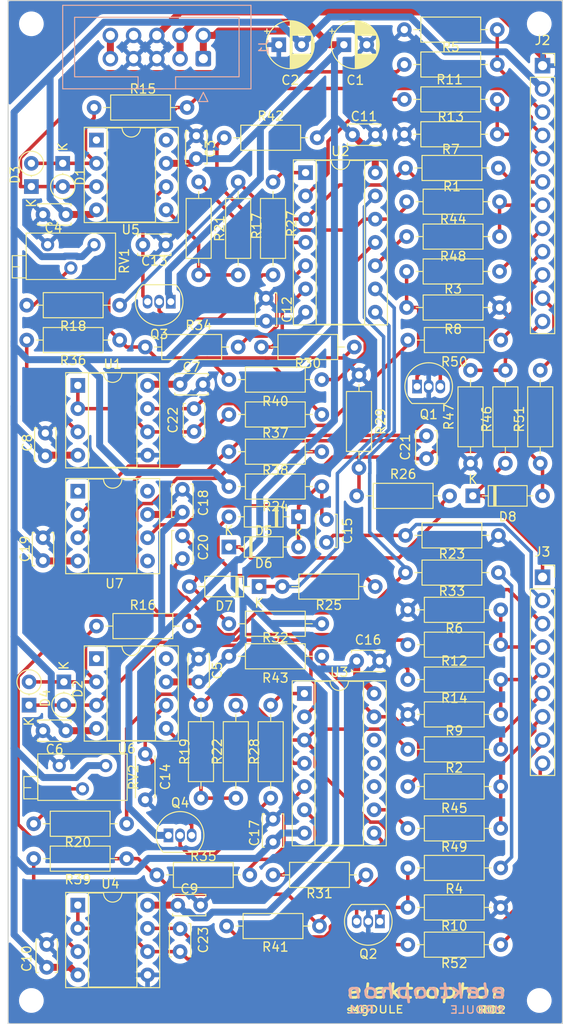
<source format=kicad_pcb>
(kicad_pcb (version 20240108) (generator "pcbnew") (generator_version "8.0")
  (title_block (title "Smooth and Stepped Generator") (date "2020-05-24") (rev "02") (comment 1 "Original design by Ken Stone") (comment 2 "Schema for main circuit") (comment 4 "License CC BY 4.0 - Attribution 4.0 International"))
  (layers (0 "F.Cu" signal) (31 "B.Cu" signal) (34 "B.Paste" user) (35 "F.Paste" user) (36 "B.SilkS" user "B.Silkscreen") (37 "F.SilkS" user "F.Silkscreen") (38 "B.Mask" user) (39 "F.Mask" user) (44 "Edge.Cuts" user))
  (net 0 "")
  (net 1 "GND")
  (net 2 "-15V")
  (net 3 "+15V")
  (net 6 "SAMPLE_2")
  (net 7 "Net-(Q3-G)")
  (net 8 "Net-(C20-Pad1)")
  (net 9 "Net-(Q4-G)")
  (net 10 "Net-(D5-K)")
  (net 11 "Net-(C22-Pad2)")
  (net 12 "LED_1_a")
  (net 13 "Net-(C23-Pad2)")
  (net 14 "LED_2_a")
  (net 15 "Net-(D7-A)")
  (net 16 "Net-(U7-+)")
  (net 17 "Net-(D8-A)")
  (net 18 "Net-(D1-A)")
  (net 19 "Net-(D1-K)")
  (net 20 "Net-(D2-A)")
  (net 21 "+5V")
  (net 22 "OUT_2")
  (net 23 "OUT_1")
  (net 24 "LED_2_b")
  (net 25 "CYCLE_2")
  (net 26 "COUPLER_5V")
  (net 27 "COUPLER_HOT")
  (net 28 "CYCLE_1")
  (net 29 "LED_1_b")
  (net 30 "RATE_2")
  (net 31 "VC_2")
  (net 32 "IN_2")
  (net 33 "RATE_1")
  (net 34 "HOLD_1")
  (net 35 "VC_1")
  (net 36 "IN_1")
  (net 37 "Net-(D2-K)")
  (net 38 "Net-(D5-A)")
  (net 39 "Net-(D6-K)")
  (net 40 "Net-(D7-K)")
  (net 41 "/HOLD")
  (net 42 "Net-(Q1-E)")
  (net 43 "Net-(Q1-C)")
  (net 44 "Net-(Q2-E)")
  (net 45 "Net-(R18-Pad1)")
  (net 46 "Net-(Q2-C)")
  (net 47 "Net-(R20-Pad1)")
  (net 48 "Net-(R21-Pad2)")
  (net 49 "Net-(R22-Pad2)")
  (net 50 "Net-(Q3-S)")
  (net 51 "Net-(Q4-S)")
  (net 52 "Net-(U2B-+)")
  (net 53 "Net-(U3B-+)")
  (net 54 "Net-(U5-BIAS)")
  (net 55 "Net-(R34-Pad2)")
  (net 56 "Net-(R35-Pad2)")
  (net 57 "Net-(U6-BIAS)")
  (net 58 "Net-(U2C--)")
  (net 59 "Net-(U2A-+)")
  (net 60 "Net-(U3A-+)")
  (net 61 "Net-(U2A--)")
  (net 62 "Net-(U3A--)")
  (net 63 "Net-(U1A-+)")
  (net 64 "Net-(R48-Pad2)")
  (net 65 "Net-(R49-Pad2)")
  (net 66 "LED")
  (net 67 "Net-(U7--)")
  (net 68 "Net-(U4A-+)")
  (net 69 "Net-(U2D--)")
  (net 70 "Net-(U3C--)")
  (net 71 "Net-(U2D-+)")
  (net 72 "Net-(U3C-+)")
  (footprint "Capacitor_THT:CP_Radial_D5.0mm_P2.50mm" (layer "F.Cu") (at 62.103 30.226)
    (property "Reference" "C1")
    (property "Value" "10u")
  )
  (footprint "Capacitor_THT:CP_Radial_D5.0mm_P2.50mm" (layer "F.Cu") (at 54.991 30.226)
    (property "Reference" "C2")
    (property "Value" "10u")
  )
  (footprint "Capacitor_THT:C_Disc_D3.4mm_W2.1mm_P2.50mm" (layer "F.Cu") (at 45.974 42.672 90)
    (property "Reference" "C3")
    (property "Value" "0.1u")
  )
  (footprint "Capacitor_THT:C_Disc_D3.4mm_W2.1mm_P2.50mm" (layer "F.Cu") (at 29.21 48.768)
    (property "Reference" "C4")
    (property "Value" "0.1u")
  )
  (footprint "Capacitor_THT:C_Disc_D3.4mm_W2.1mm_P2.50mm" (layer "F.Cu") (at 46.228 99.822 90)
    (property "Reference" "C5")
    (property "Value" "0.1u")
  )
  (footprint "Capacitor_THT:C_Disc_D3.4mm_W2.1mm_P2.50mm" (layer "F.Cu") (at 29.21 105.156)
    (property "Reference" "C6")
    (property "Value" "0.1u")
  )
  (footprint "Capacitor_THT:C_Disc_D3.4mm_W2.1mm_P2.50mm" (layer "F.Cu") (at 44.196 67.31)
    (property "Reference" "C7")
    (property "Value" "0.1u")
  )
  (footprint "Capacitor_THT:C_Disc_D3.4mm_W2.1mm_P2.50mm" (layer "F.Cu") (at 29.464 72.644 -90)
    (property "Reference" "C8")
    (property "Value" "0.1u")
  )
  (footprint "Capacitor_THT:C_Disc_D3.4mm_W2.1mm_P2.50mm" (layer "F.Cu") (at 43.942 124.206)
    (property "Reference" "C9")
    (property "Value" "0.1u")
  )
  (footprint "Capacitor_THT:C_Disc_D3.4mm_W2.1mm_P2.50mm" (layer "F.Cu") (at 29.6164 128.4986 -90)
    (property "Reference" "C10")
    (property "Value" "0.1u")
  )
  (footprint "Capacitor_THT:C_Disc_D3.4mm_W2.1mm_P2.50mm" (layer "F.Cu") (at 63.05 40.05)
    (property "Reference" "C11")
    (property "Value" "0.1u")
  )
  (footprint "Capacitor_THT:C_Disc_D3.4mm_W2.1mm_P2.50mm" (layer "F.Cu") (at 53.594 57.912 -90)
    (property "Reference" "C12")
    (property "Value" "0.1u")
  )
  (footprint "Capacitor_THT:C_Disc_D3.4mm_W2.1mm_P2.50mm" (layer "F.Cu") (at 40.132 52.07)
    (property "Reference" "C13")
    (property "Value" "100n")
  )
  (footprint "Capacitor_THT:C_Disc_D4.3mm_W1.9mm_P5.00mm" (layer "F.Cu") (at 40.386 107.696 -90)
    (property "Reference" "C14")
    (property "Value" "220n")
  )
  (footprint "Capacitor_THT:C_Disc_D3.4mm_W2.1mm_P2.50mm" (layer "F.Cu") (at 63.5 97.536)
    (property "Reference" "C16")
    (property "Value" "0.1u")
  )
  (footprint "Capacitor_THT:C_Disc_D3.4mm_W2.1mm_P2.50mm" (layer "F.Cu") (at 54.356 114.808 -90)
    (property "Reference" "C17")
    (property "Value" "0.1u")
  )
  (footprint "Capacitor_THT:C_Disc_D3.4mm_W2.1mm_P2.50mm" (layer "F.Cu") (at 60.198 84.582 90)
    (property "Reference" "C15")
    (property "Value" "1n")
  )
  (footprint "Capacitor_THT:C_Disc_D3.4mm_W2.1mm_P2.50mm" (layer "F.Cu") (at 44.45 81.28 90)
    (property "Reference" "C18")
    (property "Value" "0.1u")
  )
  (footprint "Capacitor_THT:C_Disc_D3.4mm_W2.1mm_P2.50mm" (layer "F.Cu") (at 29.21 84.074 -90)
    (property "Reference" "C19")
    (property "Value" "0.1u")
  )
  (footprint "Capacitor_THT:C_Disc_D3.4mm_W2.1mm_P2.50mm" (layer "F.Cu") (at 44.45 86.36 90)
    (property "Reference" "C20")
    (property "Value" "1n")
  )
  (footprint "Capacitor_THT:C_Disc_D3.4mm_W2.1mm_P2.50mm" (layer "F.Cu") (at 71.12 75.438 90)
    (property "Reference" "C21")
    (property "Value" "100p")
  )
  (footprint "Capacitor_THT:C_Disc_D3.4mm_W2.1mm_P2.50mm" (layer "F.Cu") (at 45.72 72.477 90)
    (property "Reference" "C22")
    (property "Value" "47p")
  )
  (footprint "Capacitor_THT:C_Disc_D3.4mm_W2.1mm_P2.50mm" (layer "F.Cu") (at 44.196 129.286 90)
    (property "Reference" "C23")
    (property "Value" "47p")
  )
  (footprint "Diode_THT:D_DO-35_SOD27_P2.54mm_Vertical_KathodeUp" (layer "F.Cu") (at 31.369 43.18 -90)
    (property "Reference" "D1")
    (property "Value" "1N4148")
  )
  (footprint "Diode_THT:D_DO-35_SOD27_P2.54mm_Vertical_KathodeUp" (layer "F.Cu") (at 31.496 99.822 -90)
    (property "Reference" "D2")
    (property "Value" "1N4148")
  )
  (footprint "Diode_THT:D_DO-35_SOD27_P2.54mm_Vertical_KathodeUp" (layer "F.Cu") (at 27.94 45.72 90)
    (property "Reference" "D3")
    (property "Value" "1N4148")
  )
  (footprint "Diode_THT:D_DO-35_SOD27_P2.54mm_Vertical_KathodeUp" (layer "F.Cu") (at 27.686 102.362 90)
    (property "Reference" "D4")
    (property "Value" "1N4148")
  )
  (footprint "Diode_THT:D_DO-35_SOD27_P7.62mm_Horizontal" (layer "F.Cu") (at 57.15 81.788 180)
    (property "Reference" "D5")
    (property "Value" "1N4148")
  )
  (footprint "Diode_THT:D_DO-35_SOD27_P7.62mm_Horizontal" (layer "F.Cu") (at 49.53 85.09)
    (property "Reference" "D6")
    (property "Value" "1N4148")
  )
  (footprint "Diode_THT:D_DO-35_SOD27_P7.62mm_Horizontal" (layer "F.Cu") (at 52.832 89.408 180)
    (property "Reference" "D7")
    (property "Value" "1N4148")
  )
  (footprint "Diode_THT:D_DO-35_SOD27_P7.62mm_Horizontal" (layer "F.Cu") (at 76.2 79.502)
    (property "Reference" "D8")
    (property "Value" "1N4148")
  )
  (footprint "Resistor_THT:R_Axial_DIN0207_L6.3mm_D2.5mm_P10.16mm_Horizontal" (layer "F.Cu") (at 68.834 43.688)
    (property "Reference" "R1")
    (property "Value" "2M7")
  )
  (footprint "Resistor_THT:R_Axial_DIN0207_L6.3mm_D2.5mm_P10.16mm_Horizontal" (layer "F.Cu") (at 69.088 107.188)
    (property "Reference" "R2")
    (property "Value" "2M7")
  )
  (footprint "Resistor_THT:R_Axial_DIN0207_L6.3mm_D2.5mm_P10.16mm_Horizontal" (layer "F.Cu") (at 68.961 54.991)
    (property "Reference" "R3")
    (property "Value" "33k")
  )
  (footprint "Resistor_THT:R_Axial_DIN0207_L6.3mm_D2.5mm_P10.16mm_Horizontal" (layer "F.Cu") (at 69.088 120.142)
    (property "Reference" "R4")
    (property "Value" "33k")
  )
  (footprint "Resistor_THT:R_Axial_DIN0207_L6.3mm_D2.5mm_P10.16mm_Horizontal" (layer "F.Cu") (at 68.707 28.575)
    (property "Reference" "R5")
    (property "Value" "33k")
  )
  (footprint "Resistor_THT:R_Axial_DIN0207_L6.3mm_D2.5mm_P10.16mm_Horizontal" (layer "F.Cu") (at 69.088 91.948)
    (property "Reference" "R6")
    (property "Value" "33k")
  )
  (footprint "Resistor_THT:R_Axial_DIN0207_L6.3mm_D2.5mm_P10.16mm_Horizontal" (layer "F.Cu") (at 68.707 40.005)
    (property "Reference" "R7")
    (property "Value" "100k")
  )
  (footprint "Resistor_THT:R_Axial_DIN0207_L6.3mm_D2.5mm_P10.16mm_Horizontal" (layer "F.Cu") (at 79.121 58.928 180)
    (property "Reference" "R8")
    (property "Value" "15k")
  )
  (footprint "Resistor_THT:R_Axial_DIN0207_L6.3mm_D2.5mm_P10.16mm_Horizontal" (layer "F.Cu") (at 69.088 103.378)
    (property "Reference" "R9")
    (property "Value" "100k")
  )
  (footprint "Resistor_THT:R_Axial_DIN0207_L6.3mm_D2.5mm_P10.16mm_Horizontal" (layer "F.Cu") (at 79.248 124.46 180)
    (property "Reference" "R10")
    (property "Value" "15k")
  )
  (footprint "Resistor_THT:R_Axial_DIN0207_L6.3mm_D2.5mm_P10.16mm_Horizontal" (layer "F.Cu") (at 68.707 32.385)
    (property "Reference" "R11")
    (property "Value" "33k")
  )
  (footprint "Resistor_THT:R_Axial_DIN0207_L6.3mm_D2.5mm_P10.16mm_Horizontal" (layer "F.Cu") (at 69.088 95.758)
    (property "Reference" "R12")
    (property "Value" "33k")
  )
  (footprint "Resistor_THT:R_Axial_DIN0207_L6.3mm_D2.5mm_P10.16mm_Horizontal" (layer "F.Cu") (at 68.707 36.195)
    (property "Reference" "R13")
    (property "Value" "2M7")
  )
  (footprint "Resistor_THT:R_Axial_DIN0207_L6.3mm_D2.5mm_P10.16mm_Horizontal" (layer "F.Cu") (at 69.088 99.568)
    (property "Reference" "R14")
    (property "Value" "2M7")
  )
  (footprint "Resistor_THT:R_Axial_DIN0207_L6.3mm_D2.5mm_P10.16mm_Horizontal" (layer "F.Cu") (at 44.958 37.084 180)
    (property "Reference" "R15")
    (property "Value" "33k")
  )
  (footprint "Resistor_THT:R_Axial_DIN0207_L6.3mm_D2.5mm_P10.16mm_Horizontal" (layer "F.Cu") (at 45.212 93.726 180)
    (property "Reference" "R16")
    (property "Value" "33k")
  )
  (footprint "Resistor_THT:R_Axial_DIN0207_L6.3mm_D2.5mm_P10.16mm_Horizontal" (layer "F.Cu") (at 50.546 55.372 90)
    (property "Reference" "R17")
    (property "Value" "82k")
  )
  (footprint "Resistor_THT:R_Axial_DIN0207_L6.3mm_D2.5mm_P10.16mm_Horizontal" (layer "F.Cu") (at 27.432 58.674)
    (property "Reference" "R18")
    (property "Value" "1M5")
  )
  (footprint "Resistor_THT:R_Axial_DIN0207_L6.3mm_D2.5mm_P10.16mm_Horizontal" (layer "F.Cu") (at 46.482 112.522 90)
    (property "Reference" "R19")
    (property "Value" "82k")
  )
  (footprint "Resistor_THT:R_Axial_DIN0207_L6.3mm_D2.5mm_P10.16mm_Horizontal" (layer "F.Cu") (at 28.194 115.316)
    (property "Reference" "R20")
    (property "Value" "1M5")
  )
  (footprint "Resistor_THT:R_Axial_DIN0207_L6.3mm_D2.5mm_P10.16mm_Horizontal" (layer "F.Cu") (at 46.228 55.372 90)
    (property "Reference" "R21")
    (property "Value" "15k")
  )
  (footprint "Resistor_THT:R_Axial_DIN0207_L6.3mm_D2.5mm_P10.16mm_Horizontal" (layer "F.Cu") (at 50.292 112.522 90)
    (property "Reference" "R22")
    (property "Value" "15k")
  )
  (footprint "Resistor_THT:R_Axial_DIN0207_L6.3mm_D2.5mm_P10.16mm_Horizontal" (layer "F.Cu") (at 78.994 83.82 180)
    (property "Reference" "R23")
    (property "Value" "100k")
  )
  (footprint "Resistor_THT:R_Axial_DIN0207_L6.3mm_D2.5mm_P10.16mm_Horizontal" (layer "F.Cu") (at 49.53 78.486)
    (property "Reference" "R24")
    (property "Value" "33k")
  )
  (footprint "Resistor_THT:R_Axial_DIN0207_L6.3mm_D2.5mm_P10.16mm_Horizontal" (layer "F.Cu") (at 55.372 89.408)
    (property "Reference" "R25")
    (property "Value" "680k")
  )
  (footprint "Resistor_THT:R_Axial_DIN0207_L6.3mm_D2.5mm_P10.16mm_Horizontal" (layer "F.Cu") (at 63.5 79.502)
    (property "Reference" "R26")
    (property "Value" "100k")
  )
  (footprint "Resistor_THT:R_Axial_DIN0207_L6.3mm_D2.5mm_P10.16mm_Horizontal" (layer "F.Cu") (at 54.356 45.212 -90)
    (property "Reference" "R27")
    (property "Value" "820k")
  )
  (footprint "Resistor_THT:R_Axial_DIN0207_L6.3mm_D2.5mm_P10.16mm_Horizontal" (layer "F.Cu") (at 54.102 102.362 -90)
    (property "Reference" "R28")
    (property "Value" "1M")
  )
  (footprint "Resistor_THT:R_Axial_DIN0207_L6.3mm_D2.5mm_P10.16mm_Horizontal" (layer "F.Cu") (at 63.754 66.294 -90)
    (property "Reference" "R29")
    (property "Value" "4M7")
  )
  (footprint "Resistor_THT:R_Axial_DIN0207_L6.3mm_D2.5mm_P10.16mm_Horizontal" (layer "F.Cu") (at 53.086 63.246)
    (property "Reference" "R30")
    (property "Value" "1M")
  )
  (footprint "Resistor_THT:R_Axial_DIN0207_L6.3mm_D2.5mm_P10.16mm_Horizontal" (layer "F.Cu") (at 54.356 120.904)
    (property "Reference" "R31")
    (property "Value" "820k")
  )
  (footprint "Resistor_THT:R_Axial_DIN0207_L6.3mm_D2.5mm_P10.16mm_Horizontal" (layer "F.Cu") (at 49.53 93.472)
    (property "Reference" "R32")
    (property "Value" "1M5")
  )
  (footprint "Resistor_THT:R_Axial_DIN0207_L6.3mm_D2.5mm_P10.16mm_Horizontal" (layer "F.Cu") (at 78.994 87.884 180)
    (property "Reference" "R33")
    (property "Value" "330")
  )
  (footprint "Resistor_THT:R_Axial_DIN0207_L6.3mm_D2.5mm_P10.16mm_Horizontal" (layer "F.Cu") (at 40.386 63.246)
    (property "Reference" "R34")
    (property "Value" "330")
  )
  (footprint "Resistor_THT:R_Axial_DIN0207_L6.3mm_D2.5mm_P10.16mm_Horizontal" (layer "F.Cu") (at 41.656 120.904)
    (property "Reference" "R35")
    (property "Value" "330")
  )
  (footprint "Resistor_THT:R_Axial_DIN0207_L6.3mm_D2.5mm_P10.16mm_Horizontal" (layer "F.Cu") (at 27.432 62.484)
    (property "Reference" "R36")
    (property "Value" "10k")
  )
  (footprint "Resistor_THT:R_Axial_DIN0207_L6.3mm_D2.5mm_P10.16mm_Horizontal" (layer "F.Cu") (at 49.53 70.612)
    (property "Reference" "R37")
    (property "Value" "10k")
  )
  (footprint "Resistor_THT:R_Axial_DIN0207_L6.3mm_D2.5mm_P10.16mm_Horizontal" (layer "F.Cu") (at 49.53 74.676)
    (property "Reference" "R38")
    (property "Value" "10k")
  )
  (footprint "Resistor_THT:R_Axial_DIN0207_L6.3mm_D2.5mm_P10.16mm_Horizontal" (layer "F.Cu") (at 28.194 119.126)
    (property "Reference" "R39")
    (property "Value" "10k")
  )
  (footprint "Resistor_THT:R_Axial_DIN0207_L6.3mm_D2.5mm_P10.16mm_Horizontal" (layer "F.Cu") (at 59.69 66.802 180)
    (property "Reference" "R40")
    (property "Value" "470k")
  )
  (footprint "Resistor_THT:R_Axial_DIN0207_L6.3mm_D2.5mm_P10.16mm_Horizontal" (layer "F.Cu") (at 49.276 126.492)
    (property "Reference" "R41")
    (property "Value" "470k")
  )
  (footprint "Resistor_THT:R_Axial_DIN0207_L6.3mm_D2.5mm_P10.16mm_Horizontal" (layer "F.Cu") (at 49.022 40.386)
    (property "Reference" "R42")
    (property "Value" "1M")
  )
  (footprint "Resistor_THT:R_Axial_DIN0207_L6.3mm_D2.5mm_P10.16mm_Horizontal" (layer "F.Cu") (at 59.69 97.028 180)
    (property "Reference" "R43")
    (property "Value" "1M")
  )
  (footprint "Resistor_THT:R_Axial_DIN0207_L6.3mm_D2.5mm_P10.16mm_Horizontal" (layer "F.Cu") (at 79.121 47.371 180)
    (property "Reference" "R44")
    (property "Value" "2M2")
  )
  (footprint "Resistor_THT:R_Axial_DIN0207_L6.3mm_D2.5mm_P10.16mm_Horizontal" (layer "F.Cu") (at 79.248 111.252 180)
    (property "Reference" "R45")
    (property "Value" "2M2")
  )
  (footprint "Resistor_THT:R_Axial_DIN0207_L6.3mm_D2.5mm_P10.16mm_Horizontal" (layer "F.Cu") (at 79.756 65.786 -90)
    (property "Reference" "R46")
    (property "Value" "3k3")
  )
  (footprint "Resistor_THT:R_Axial_DIN0207_L6.3mm_D2.5mm_P10.16mm_Horizontal" (layer "F.Cu") (at 75.946 75.946 90)
    (property "Reference" "R47")
    (property "Value" "3k3")
  )
  (footprint "Resistor_THT:R_Axial_DIN0207_L6.3mm_D2.5mm_P10.16mm_Horizontal" (layer "F.Cu") (at 79.121 51.181 180)
    (property "Reference" "R48")
    (property "Value" "3k3")
  )
  (footprint "Resistor_THT:R_Axial_DIN0207_L6.3mm_D2.5mm_P10.16mm_Horizontal" (layer "F.Cu") (at 79.248 115.824 180)
    (property "Reference" "R49")
    (property "Value" "3k3")
  )
  (footprint "Resistor_THT:R_Axial_DIN0207_L6.3mm_D2.5mm_P10.16mm_Horizontal" (layer "F.Cu") (at 79.248 62.484 180)
    (property "Reference" "R50")
    (property "Value" "100")
  )
  (footprint "Resistor_THT:R_Axial_DIN0207_L6.3mm_D2.5mm_P10.16mm_Horizontal" (layer "F.Cu") (at 83.566 65.786 -90)
    (property "Reference" "R51")
    (property "Value" "3k3")
  )
  (footprint "Resistor_THT:R_Axial_DIN0207_L6.3mm_D2.5mm_P10.16mm_Horizontal" (layer "F.Cu") (at 79.248 128.524 180)
    (property "Reference" "R52")
    (property "Value" "100")
  )
  (footprint "Potentiometer_THT:Potentiometer_Bourns_3296Z_Horizontal" (layer "F.Cu") (at 34.798 52.07)
    (property "Reference" "RV1")
    (property "Value" "25k")
  )
  (footprint "Potentiometer_THT:Potentiometer_Bourns_3296Z_Horizontal" (layer "F.Cu") (at 36.068 108.966)
    (property "Reference" "RV2")
    (property "Value" "25k")
  )
  (footprint "Package_DIP:DIP-8_W7.62mm_Socket" (layer "F.Cu") (at 33.02 67.437)
    (property "Reference" "U1")
    (property "Value" "TL072")
  )
  (footprint "Package_DIP:DIP-8_W7.62mm_Socket" (layer "F.Cu") (at 33.02 124.206)
    (property "Reference" "U4")
    (property "Value" "TL072")
  )
  (footprint "Package_DIP:DIP-8_W7.62mm_Socket" (layer "F.Cu") (at 35.052 40.64)
    (property "Reference" "U5")
    (property "Value" "CA3080")
  )
  (footprint "Package_DIP:DIP-8_W7.62mm_Socket" (layer "F.Cu") (at 35.052 97.282)
    (property "Reference" "U6")
    (property "Value" "CA3080")
  )
  (footprint "Package_DIP:DIP-8_W7.62mm_Socket" (layer "F.Cu") (at 33.02 78.994)
    (property "Reference" "U7")
    (property "Value" "LM741")
  )
  (footprint "Connector_PinSocket_2.54mm:PinSocket_1x12_P2.54mm_Vertical" (layer "F.Cu") (at 83.82 32.512)
    (property "Reference" "J2")
    (property "Value" "Conn_01x12_Female" (hide yes))
  )
  (footprint "Connector_PinSocket_2.54mm:PinSocket_1x09_P2.54mm_Vertical" (layer "F.Cu") (at 83.82 88.392)
    (property "Reference" "J3")
    (property "Value" "Conn_01x09_Female" (hide yes))
  )
  (footprint "Package_DIP:DIP-14_W7.62mm_Socket" (layer "F.Cu") (at 57.912 44.196)
    (property "Reference" "U2")
    (property "Value" "LM3900")
  )
  (footprint "Package_DIP:DIP-14_W7.62mm_Socket" (layer "F.Cu") (at 57.785 101.092)
    (property "Reference" "U3")
    (property "Value" "LM3900")
  )
  (footprint "Package_TO_SOT_THT:TO-92_Inline" (layer "F.Cu") (at 70.104 67.564)
    (property "Reference" "Q1")
    (property "Value" "PN4250")
  )
  (footprint "Package_TO_SOT_THT:TO-92_Inline" (layer "F.Cu") (at 66.04 125.984 180)
    (property "Reference" "Q2")
    (property "Value" "PN4250")
  )
  (footprint "MountingHole:MountingHole_2.2mm_M2" (layer "F.Cu") (at 83.46 134.62)
    (property "Reference" "REF**" (hide yes))
    (property "Value" "MountingHole_2.2mm_M2" (hide yes))
  )
  (footprint "MountingHole:MountingHole_2.2mm_M2" (layer "F.Cu") (at 27.94 134.62)
    (property "Reference" "REF**" (hide yes))
    (property "Value" "MountingHole_2.2mm_M2" (hide yes))
  )
  (footprint "MountingHole:MountingHole_2.2mm_M2" (layer "F.Cu") (at 27.94 27.94)
    (property "Reference" "REF**" (hide yes))
    (property "Value" "MountingHole_2.2mm_M2" (hide yes))
  )
  (footprint "MountingHole:MountingHole_2.2mm_M2" (layer "F.Cu") (at 83.46 27.94)
    (property "Reference" "REF**" (hide yes))
    (property "Value" "MountingHole_2.2mm_M2" (hide yes))
  )
  (footprint "Package_TO_SOT_THT:TO-92_Inline" (layer "F.Cu") (at 43.18 58.293 180)
    (property "Reference" "Q3")
    (property "Value" "J201")
  )
  (footprint "Package_TO_SOT_THT:TO-92_Inline" (layer "F.Cu") (at 42.926 116.586)
    (property "Reference" "Q4")
    (property "Value" "J201")
  )
  (footprint "elektrophon:elektrophon logo" (layer "F.Cu") (at 71.12 134.62)
    (property "Reference" "REF**" (hide yes))
    (property "Value" "elektrophon logo" (hide yes))
  )
  (footprint "Connector_IDC:IDC-Header_2x05_P2.54mm_Vertical" (layer "B.Cu") (at 46.736 31.75 90)
    (property "Reference" "J1")
    (property "Value" "IDC Header")
  )
  (gr_line (start 25.4 25.4) (end 25.4 137.16) (stroke (width 0.12)) (layer "Edge.Cuts"))
  (gr_line (start 25.4 25.4) (end 86 25.4) (stroke (width 0.12)) (layer "Edge.Cuts"))
  (gr_line (start 86 137.16) (end 25.4 137.16) (stroke (width 0.12)) (layer "Edge.Cuts"))
  (gr_line (start 86 25.4) (end 86 137.16) (stroke (width 0.12)) (layer "Edge.Cuts"))
  (segment (start 83.82 31.496) (end 83.82 32.512) (width 0.762) (layer "F.Cu") (net 1))
  (segment (start 78.9686 26.6446) (end 83.82 31.496) (width 0.762) (layer "F.Cu") (net 1))
  (segment (start 44.2214 26.6446) (end 78.9686 26.6446) (width 0.762) (layer "F.Cu") (net 1))
  (segment (start 41.656 29.21) (end 44.2214 26.6446) (width 0.762) (layer "F.Cu") (net 1))
  (segment (start 48.439904 28.72741) (end 47.957314 29.21) (width 0.762) (layer "F.Cu") (net 2))
  (segment (start 29.6164 130.9986) (end 32.1926 130.9986) (width 0.762) (layer "F.Cu") (net 2))
  (segment (start 34.798 105.156) (end 35.052 104.902) (width 0.762) (layer "F.Cu") (net 2))
  (segment (start 29.551 75.057) (end 29.464 75.144) (width 0.762) (layer "F.Cu") (net 2))
  (segment (start 47.957314 29.21) (end 46.736 29.21) (width 0.762) (layer "F.Cu") (net 2))
  (segment (start 32.1926 130.9986) (end 33.02 131.826) (width 0.762) (layer "F.Cu") (net 2))
  (segment (start 33.02 75.057) (end 29.551 75.057) (width 0.762) (layer "F.Cu") (net 2))
  (segment (start 31.71 48.768) (end 34.544 48.768) (width 0.762) (layer "F.Cu") (net 2))
  (segment (start 29.25 86.614) (end 29.21 86.574) (width 0.762) (layer "F.Cu") (net 2))
  (segment (start 31.71 105.156) (end 34.798 105.156) (width 0.762) (layer "F.Cu") (net 2))
  (segment (start 57.491 30.226) (end 55.99241 28.72741) (width 0.762) (layer "F.Cu") (net 2))
  (segment (start 46.736 29.21) (end 46.736 31.75) (width 0.762) (layer "F.Cu") (net 2))
  (segment (start 55.99241 28.72741) (end 48.439904 28.72741) (width 0.762) (layer "F.Cu") (net 2))
  (segment (start 33.02 86.614) (end 29.25 86.614) (width 0.762) (layer "F.Cu") (net 2))
  (segment (start 34.544 48.768) (end 35.052 48.26) (width 0.762) (layer "F.Cu") (net 2))
  (segment (start 56.936 60.412) (end 57.912 59.436) (width 0.762) (layer "B.Cu") (net 2))
  (segment (start 26.050999 63.146881) (end 26.050999 62.626999) (width 0.762) (layer "B.Cu") (net 2))
  (segment (start 29.093519 53.371001) (end 26.050999 50.328481) (width 0.762) (layer "B.Cu") (net 2))
  (segment (start 34.142518 108.966) (end 32.841517 110.267001) (width 0.762) (layer "B.Cu") (net 2))
  (segment (start 52.5634 119.1006) (end 40.7416 119.1006) (width 0.762) (layer "B.Cu") (net 2))
  (segment (start 26.050999 71.730999) (end 26.050999 69.707001) (width 0.762) (layer "B.Cu") (net 2))
  (segment (start 79.771999 31.003999) (end 73.179881 31.003999) (width 0.762) (layer "B.Cu") (net 2))
  (segment (start 42.814999 64.627001) (end 33.442399 64.627001) (width 0.762) (layer "B.Cu") (net 2))
  (segment (start 73.179881 31.003999) (end 69.369881 27.193999) (width 0.762) (layer "B.Cu") (net 2))
  (segment (start 29.987999 33.659991) (end 31.569995 32.077995) (width 0.762) (layer "B.Cu") (net 2))
  (segment (start 27.531119 64.627001) (end 26.050999 63.146881) (width 0.762) (layer "B.Cu") (net 2))
  (segment (start 32.944483 53.371001) (end 32.882481 53.308999) (width 0.762) (layer "B.Cu") (net 2))
  (segment (start 26.050999 37.596991) (end 26.050999 50.149001) (width 0.762) (layer "B.Cu") (net 2))
  (segment (start 53.594 60.412) (end 53.554 60.452) (width 0.762) (layer "B.Cu") (net 2))
  (segment (start 30.114999 103.560999) (end 30.114999 98.948999) (width 0.762) (layer "B.Cu") (net 2))
  (segment (start 33.496999 53.371001) (end 32.944483 53.371001) (width 0.762) (layer "B.Cu") (net 2))
  (segment (start 53.554 60.452) (end 46.99 60.452) (width 0.762) (layer "B.Cu") (net 2))
  (segment (start 29.6164 130.9986) (end 26.050999 127.433199) (width 0.762) (layer "B.Cu") (net 2))
  (segment (start 31.71 48.768) (end 29.987999 47.045999) (width 0.762) (layer "B.Cu") (net 2))
  (segment (start 32.841517 110.267001) (end 29.241001 110.267001) (width 0.762) (layer "B.Cu") (net 2))
  (segment (start 35.4 66.584602) (end 33.442399 64.627001) (width 0.762) (layer "B.Cu") (net 2))
  (segment (start 57.491 30.226) (end 55.030399 27.765399) (width 0.762) (layer "B.Cu") (net 2))
  (segment (start 30.114999 98.948999) (end 26.050999 94.884999) (width 0.762) (layer "B.Cu") (net 2))
  (segment (start 47.994 76.95) (end 38.35 76.95) (width 0.762) (layer "B.Cu") (net 2))
  (segment (start 38.35 76.95) (end 35.4 74) (width 0.762) (layer "B.Cu") (net 2))
  (segment (start 29.241001 110.267001) (end 26.050999 107.076999) (width 0.762) (layer "B.Cu") (net 2))
  (segment (start 46.99 60.452) (end 42.814999 64.627001) (width 0.762) (layer "B.Cu") (net 2))
  (segment (start 27.531119 120.507001) (end 26.050999 119.026881) (width 0.762) (layer "B.Cu") (net 2))
  (segment (start 57.912 116.332) (end 55.332 116.332) (width 0.762) (layer "B.Cu") (net 2))
  (segment (start 53.594 60.412) (end 56.936 60.412) (width 0.762) (layer "B.Cu") (net 2))
  (segment (start 26.050999 127.433199) (end 26.050999 118.887999) (width 0.762) (layer "B.Cu") (net 2))
  (segment (start 26.050999 50.149001) (end 26.050999 62.626999) (width 0.762) (layer "B.Cu") (net 2))
  (segment (start 26.050999 107.076999) (end 26.050999 118.887999) (width 0.762) (layer "B.Cu") (net 2))
  (segment (start 40.7416 119.1006) (end 39.335199 120.507001) (width 0.762) (layer "B.Cu") (net 2))
  (segment (start 26.050999 83.200999) (end 26.050999 94.884999) (width 0.762) (layer "B.Cu") (net 2))
  (segment (start 29.21 86.574) (end 26.050999 83.414999) (width 0.762) (layer "B.Cu") (net 2))
  (segment (start 55.332 116.332) (end 54.356 117.308) (width 0.762) (layer "B.Cu") (net 2))
  (segment (start 35.882591 27.765399) (end 31.569995 32.077995) (width 0.762) (layer "B.Cu") (net 2))
  (segment (start 29.464 75.144) (end 26.050999 71.730999) (width 0.762) (layer "B.Cu") (net 2))
  (segment (start 49.53 78.486) (end 47.994 76.95) (width 0.762) (layer "B.Cu") (net 2))
  (segment (start 26.050999 50.328481) (end 26.050999 50.149001) (width 0.762) (layer "B.Cu") (net 2))
  (segment (start 29.987999 47.045999) (end 29.987999 33.659991) (width 0.762) (layer "B.Cu") (net 2))
  (segment (start 31.633519 53.308999) (end 31.571517 53.371001) (width 0.762) (layer "B.Cu") (net 2))
  (segment (start 26.050999 83.414999) (end 26.050999 83.200999) (width 0.762) (layer "B.Cu") (net 2))
  (segment (start 35.4 74) (end 35.4 66.584602) (width 0.762) (layer "B.Cu") (net 2))
  (segment (start 33.442399 64.627001) (end 27.531119 64.627001) (width 0.762) (layer "B.Cu") (net 2))
  (segment (start 69.369881 27.193999) (end 60.523001 27.193999) (width 0.762) (layer "B.Cu") (net 2))
  (segment (start 60.523001 27.193999) (end 57.491 30.226) (width 0.762) (layer "B.Cu") (net 2))
  (segment (start 83.82 35.052) (end 79.771999 31.003999) (width 0.762) (layer "B.Cu") (net 2))
  (segment (start 26.050999 62.626999) (end 26.050999 69.707001) (width 0.762) (layer "B.Cu") (net 2))
  (segment (start 39.335199 120.507001) (end 27.531119 120.507001) (width 0.762) (layer "B.Cu") (net 2))
  (segment (start 55.030399 27.765399) (end 35.882591 27.765399) (width 0.762) (layer "B.Cu") (net 2))
  (segment (start 31.569995 32.077995) (end 26.050999 37.596991) (width 0.762) (layer "B.Cu") (net 2))
  (segment (start 32.882481 53.308999) (end 31.633519 53.308999) (width 0.762) (layer "B.Cu") (net 2))
  (segment (start 26.050999 69.707001) (end 26.050999 83.200999) (width 0.762) (layer "B.Cu") (net 2))
  (segment (start 31.71 105.156) (end 30.114999 103.560999) (width 0.762) (layer "B.Cu") (net 2))
  (segment (start 31.571517 53.371001) (end 29.093519 53.371001) (width 0.762) (layer "B.Cu") (net 2))
  (segment (start 36.068 108.966) (end 34.142518 108.966) (width 0.762) (layer "B.Cu") (net 2))
  (segment (start 26.050999 94.884999) (end 26.050999 107.076999) (width 0.762) (layer "B.Cu") (net 2))
  (segment (start 54.356 117.308) (end 52.5634 119.1006) (width 0.762) (layer "B.Cu") (net 2))
  (segment (start 26.050999 119.026881) (end 26.050999 118.887999) (width 0.762) (layer "B.Cu") (net 2))
  (segment (start 34.798 52.07) (end 33.496999 53.371001) (width 0.762) (layer "B.Cu") (net 2))
  (segment (start 40.64 81.534) (end 44.196 81.534) (width 0.762) (layer "F.Cu") (net 3))
  (segment (start 45.640601 27.765399) (end 44.196 29.21) (width 0.762) (layer "F.Cu") (net 3))
  (segment (start 60.541 30.226) (end 58.080399 27.765399) (width 0.762) (layer "F.Cu") (net 3))
  (segment (start 40.64 124.206) (end 43.942 124.206) (width 0.762) (layer "F.Cu") (net 3))
  (segment (start 65.532 44.196) (end 65.532 42.532) (width 0.762) (layer "F.Cu") (net 3))
  (segment (start 58.080399 27.765399) (end 45.640601 27.765399) (width 0.762) (layer "F.Cu") (net 3))
  (segment (start 44.196 81.534) (end 44.45 81.28) (width 0.762) (layer "F.Cu") (net 3))
  (segment (start 42.672 99.822) (end 46.228 99.822) (width 0.762) (layer "F.Cu") (net 3))
  (segment (start 44.196 67.31) (end 40.767 67.31) (width 0.762) (layer "F.Cu") (net 3))
  (segment (start 63.5 97.536) (end 63.5 99.06) (width 0.762) (layer "F.Cu") (net 3))
  (segment (start 44.196 29.21) (end 44.196 31.75) (width 0.762) (layer "F.Cu") (net 3))
  (segment (start 40.767 67.31) (end 40.64 67.437) (width 0.762) (layer "F.Cu") (net 3))
  (segment (start 62.103 30.226) (end 60.541 30.226) (width 0.762) (layer "F.Cu") (net 3))
  (segment (start 45.466 43.18) (end 45.974 42.672) (width 0.762) (layer "F.Cu") (net 3))
  (segment (start 65.532 42.532) (end 63.05 40.05) (width 0.762) (layer "F.Cu") (net 3))
  (segment (start 42.672 43.18) (end 45.466 43.18) (width 0.762) (layer "F.Cu") (net 3))
  (segment (start 63.5 99.06) (end 65.532 101.092) (width 0.762) (layer "F.Cu") (net 3))
  (segment (start 61.071001 37.8) (end 61.071001 38.071001) (width 0.762) (layer "B.Cu") (net 3))
  (segment (start 61.071001 38.465001) (end 61.071001 61.071001) (width 0.762) (layer "B.Cu") (net 3))
  (segment (start 49.53 97.028) (end 51.086159 95.471841) (width 0.762) (layer "B.Cu") (net 3))
  (segment (start 47.104881 125.587001) (end 45.779119 125.587001) (width 0.762) (layer "B.Cu") (net 3))
  (segment (start 43.01601 57.482876) (end 43.01601 58.166) (width 0.762) (layer "B.Cu") (net 3))
  (segment (start 43.01601 58.166) (end 43.18 58.166) (width 0.762) (layer "B.Cu") (net 3))
  (segment (start 47.723882 124.968) (end 47.104881 125.587001) (width 0.762) (layer "B.Cu") (net 3))
  (segment (start 44.45 81.28) (end 42.1894 83.5406) (width 0.762) (layer "B.Cu") (net 3))
  (segment (start 44.741999 125.005999) (end 43.942 124.206) (width 0.762) (layer "B.Cu") (net 3))
  (segment (start 46.736 99.822) (end 49.53 97.028) (width 0.762) (layer "B.Cu") (net 3))
  (segment (start 42.926 57.392866) (end 43.01601 57.482876) (width 0.762) (layer "B.Cu") (net 3))
  (segment (start 46.482 65.024) (end 57.118002 65.024) (width 0.762) (layer "B.Cu") (net 3))
  (segment (start 57.118002 65.024) (end 61.071001 61.071001) (width 0.762) (layer "B.Cu") (net 3))
  (segment (start 52.9082 84.357602) (end 52.9082 79.437682) (width 0.762) (layer "B.Cu") (net 3))
  (segment (start 59.027119 98.409001) (end 58.071159 97.453041) (width 0.762) (layer "B.Cu") (net 3))
  (segment (start 61.071001 36.464999) (end 61.071001 37.8) (width 0.762) (layer "B.Cu") (net 3))
  (segment (start 59.182 40.386) (end 59.981999 39.586001) (width 0.762) (layer "B.Cu") (net 3))
  (segment (start 59.69 93.472) (end 58.55863 93.472) (width 0.762) (layer "B.Cu") (net 3))
  (segment (start 58.071159 97.453041) (end 54.057959 93.439841) (width 0.762) (layer "B.Cu") (net 3))
  (segment (start 38.608 113.555) (end 41.639 116.586) (width 0.762) (layer "B.Cu") (net 3))
  (segment (start 45.779119 125.587001) (end 45.160118 124.968) (width 0.762) (layer "B.Cu") (net 3))
  (segment (start 52.974999 39.354001) (end 52.974999 44.815001) (width 0.762) (layer "B.Cu") (net 3))
  (segment (start 42.1894 94.704718) (end 42.056459 94.837659) (width 0.762) (layer "B.Cu") (net 3))
  (segment (start 44.779998 124.968) (end 44.741999 125.005999) (width 0.762) (layer "B.Cu") (net 3))
  (segment (start 53.9115 38.4175) (end 52.974999 39.354001) (width 0.762) (layer "B.Cu") (net 3))
  (segment (start 63.5 97.536) (end 62.626999 98.409001) (width 0.762) (layer "B.Cu") (net 3))
  (segment (start 41.639 116.586) (end 42.926 116.586) (width 0.762) (layer "B.Cu") (net 3))
  (segment (start 42.926 54.864) (end 42.926 57.392866) (width 0.762) (layer "B.Cu") (net 3))
  (segment (start 61.214 117.602) (end 53.848 124.968) (width 0.762) (layer "B.Cu") (net 3))
  (segment (start 61.976 30.226) (end 61.071001 31.130999) (width 0.762) (layer "B.Cu") (net 3))
  (segment (start 49.657 42.672) (end 53.9115 38.4175) (width 0.762) (layer "B.Cu") (net 3))
  (segment (start 45.974 42.672) (end 49.657 42.672) (width 0.762) (layer "B.Cu") (net 3))
  (segment (start 59.981999 39.586001) (end 59.981999 39.554003) (width 0.762) (layer "B.Cu") (net 3))
  (segment (start 62.103 30.226) (end 61.976 30.226) (width 0.762) (layer "B.Cu") (net 3))
  (segment (start 42.056459 94.837659) (end 50.108259 86.785859) (width 0.762) (layer "B.Cu") (net 3))
  (segment (start 38.608 98.286118) (end 38.608 113.555) (width 0.762) (layer "B.Cu") (net 3))
  (segment (start 61.071001 37.8) (end 61.071001 38.465001) (width 0.762) (layer "B.Cu") (net 3))
  (segment (start 61.214 117.602) (end 61.214 100.595882) (width 0.762) (layer "B.Cu") (net 3))
  (segment (start 50.108259 86.785859) (end 50.423117 86.471001) (width 0.762) (layer "B.Cu") (net 3))
  (segment (start 61.071001 38.071001) (end 63.05 40.05) (width 0.762) (layer "B.Cu") (net 3))
  (segment (start 51.086159 95.471841) (end 51.086159 90.468041) (width 0.762) (layer "B.Cu") (net 3))
  (segment (start 50.794801 86.471001) (end 52.9082 84.357602) (width 0.762) (layer "B.Cu") (net 3))
  (segment (start 61.071001 71.274881) (end 61.071001 61.071001) (width 0.762) (layer "B.Cu") (net 3))
  (segment (start 61.071001 31.130999) (end 61.071001 36.464999) (width 0.762) (layer "B.Cu") (net 3))
  (segment (start 38.608 98.286118) (end 42.056459 94.837659) (width 0.762) (layer "B.Cu") (net 3))
  (segment (start 62.626999 98.409001) (end 59.027119 98.409001) (width 0.762) (layer "B.Cu") (net 3))
  (segment (start 53.848 124.968) (end 47.723882 124.968) (width 0.762) (layer "B.Cu") (net 3))
  (segment (start 50.423117 86.471001) (end 50.794801 86.471001) (width 0.762) (layer "B.Cu") (net 3))
  (segment (start 52.9082 79.437682) (end 61.071001 71.274881) (width 0.762) (layer "B.Cu") (net 3))
  (segment (start 50.108259 89.490141) (end 50.108259 86.785859) (width 0.762) (layer "B.Cu") (net 3))
  (segment (start 61.214 100.595882) (end 58.071159 97.453041) (width 0.762) (layer "B.Cu") (net 3))
  (segment (start 46.228 99.822) (end 46.736 99.822) (width 0.762) (layer "B.Cu") (net 3))
  (segment (start 51.086159 90.468041) (end 50.108259 89.490141) (width 0.762) (layer "B.Cu") (net 3))
  (segment (start 44.196 67.31) (end 46.482 65.024) (width 0.762) (layer "B.Cu") (net 3))
  (segment (start 58.55863 93.472) (end 58.526471 93.439841) (width 0.762) (layer "B.Cu") (net 3))
  (segment (start 52.974999 44.815001) (end 42.926 54.864) (width 0.762) (layer "B.Cu") (net 3))
  (segment (start 58.526471 93.439841) (end 54.057959 93.439841) (width 0.762) (layer "B.Cu") (net 3))
  (segment (start 42.1894 83.5406) (end 42.1894 94.704718) (width 0.762) (layer "B.Cu") (net 3))
  (segment (start 45.160118 124.968) (end 44.779998 124.968) (width 0.762) (layer "B.Cu") (net 3))
  (segment (start 54.057959 93.439841) (end 51.086159 90.468041) (width 0.762) (layer "B.Cu") (net 3))
  (segment (start 59.981999 39.554003) (end 61.071001 38.465001) (width 0.762) (layer "B.Cu") (net 3))
  (segment (start 53.9115 38.4175) (end 62.103 30.226) (width 0.762) (layer "B.Cu") (net 3))
  (segment (start 68.834 83.82) (end 60.96 83.82) (width 0.381) (layer "F.Cu") (net 6))
  (segment (start 60.96 83.82) (end 60.198 84.582) (width 0.381) (layer "F.Cu") (net 6))
  (segment (start 70.024501 82.629499) (end 68.834 83.82) (width 0.381) (layer "B.Cu") (net 6))
  (segment (start 82.579499 89.691499) (end 82.579499 85.643557) (width 0.381) (layer "B.Cu") (net 6))
  (segment (start 82.579499 85.643557) (end 79.565441 82.629499) (width 0.381) (layer "B.Cu") (net 6))
  (segment (start 79.565441 82.629499) (end 70.024501 82.629499) (width 0.381) (layer "B.Cu") (net 6))
  (segment (start 83.82 90.932) (end 82.579499 89.691499) (width 0.381) (layer "B.Cu") (net 6))
  (segment (start 40.132 52.07) (end 40.132 57.658) (width 0.381) (layer "F.Cu") (net 7))
  (segment (start 40.132 52.07) (end 40.132 48.26) (width 0.381) (layer "F.Cu") (net 7))
  (segment (start 40.132 57.658) (end 40.64 58.166) (width 0.381) (layer "F.Cu") (net 7))
  (segment (start 40.132 48.26) (end 42.672 45.72) (width 0.381) (layer "F.Cu") (net 7))
  (segment (start 44.45 86.36) (end 43.650001 87.159999) (width 0.381) (layer "F.Cu") (net 8))
  (segment (start 68.017943 88.683999) (end 68.034001 88.683999) (width 0.381) (layer "F.Cu") (net 8))
  (segment (start 64.420443 92.281499) (end 68.017943 88.683999) (width 0.381) (layer "F.Cu") (net 8))
  (segment (start 50.101441 94.662501) (end 52.482443 92.281499) (width 0.381) (layer "F.Cu") (net 8))
  (segment (start 43.650001 89.607943) (end 44.640559 90.598501) (width 0.381) (layer "F.Cu") (net 8))
  (segment (start 44.640559 90.598501) (end 44.894559 90.598501) (width 0.381) (layer "F.Cu") (net 8))
  (segment (start 68.034001 88.683999) (end 68.834 87.884) (width 0.381) (layer "F.Cu") (net 8))
  (segment (start 48.958559 94.662501) (end 50.101441 94.662501) (width 0.381) (layer "F.Cu") (net 8))
  (segment (start 44.894559 90.598501) (end 48.958559 94.662501) (width 0.381) (layer "F.Cu") (net 8))
  (segment (start 43.650001 87.159999) (end 43.650001 89.607943) (width 0.381) (layer "F.Cu") (net 8))
  (segment (start 52.482443 92.281499) (end 64.420443 92.281499) (width 0.381) (layer "F.Cu") (net 8))
  (segment (start 64.944501 75.882559) (end 64.944501 77.025441) (width 0.381) (layer "B.Cu") (net 8))
  (segment (start 65.532 56.896) (end 67.608422 58.972422) (width 0.381) (layer "B.Cu") (net 8))
  (segment (start 64.944501 77.025441) (end 64.9224 77.047542) (width 0.381) (layer "B.Cu") (net 8))
  (segment (start 67.608422 58.972422) (end 67.608422 72.480982) (width 0.381) (layer "B.Cu") (net 8))
  (segment (start 64.9224 83.4644) (end 68.834 87.376) (width 0.381) (layer "B.Cu") (net 8))
  (segment (start 64.9224 75.860458) (end 64.944501 75.882559) (width 0.381) (layer "B.Cu") (net 8))
  (segment (start 64.9224 75.167004) (end 64.9224 75.860458) (width 0.381) (layer "B.Cu") (net 8))
  (segment (start 67.608422 72.480982) (end 64.9224 75.167004) (width 0.381) (layer "B.Cu") (net 8))
  (segment (start 64.9224 77.047542) (end 64.9224 83.4644) (width 0.381) (layer "B.Cu") (net 8))
  (segment (start 42.672 102.362) (end 40.386 104.648) (width 0.381) (layer "F.Cu") (net 9))
  (segment (start 40.386 104.648) (end 40.386 107.696) (width 0.381) (layer "F.Cu") (net 9))
  (segment (start 40.386 107.696) (end 41.185999 108.495999) (width 0.381) (layer "F.Cu") (net 9))
  (segment (start 41.185999 108.495999) (end 41.185999 111.174999) (width 0.381) (layer "F.Cu") (net 9))
  (segment (start 41.185999 111.174999) (end 45.466 115.455) (width 0.381) (layer "F.Cu") (net 9))
  (segment (start 45.466 115.455) (end 45.466 116.586) (width 0.381) (layer "F.Cu") (net 9))
  (segment (start 57.15 81.788) (end 57.15 80.607) (width 0.381) (layer "F.Cu") (net 10))
  (segment (start 57.15 85.09) (end 57.15 81.788) (width 0.381) (layer "F.Cu") (net 10))
  (segment (start 57.15 80.607) (end 59.271 78.486) (width 0.381) (layer "F.Cu") (net 10))
  (segment (start 59.271 78.486) (end 59.69 78.486) (width 0.381) (layer "F.Cu") (net 10))
  (segment (start 59.69 78.486) (end 59.69 81.574) (width 0.381) (layer "F.Cu") (net 10))
  (segment (start 59.69 81.574) (end 60.198 82.082) (width 0.381) (layer "F.Cu") (net 10))
  (segment (start 69.088 62.484) (end 69.088 62.975942) (width 0.381) (layer "F.Cu") (net 11))
  (segment (start 54.174901 71.802501) (end 51.212888 68.840488) (width 0.381) (layer "F.Cu") (net 11))
  (segment (start 69.088 62.975942) (end 60.261441 71.802501) (width 0.381) (layer "F.Cu") (net 11))
  (segment (start 60.261441 71.802501) (end 54.174901 71.802501) (width 0.381) (layer "F.Cu") (net 11))
  (segment (start 51.212888 68.840488) (end 46.856512 68.840488) (width 0.381) (layer "F.Cu") (net 11))
  (segment (start 46.856512 68.840488) (end 45.72 69.977) (width 0.381) (layer "F.Cu") (net 11))
  (segment (start 45.72 69.977) (end 40.64 69.977) (width 0.381) (layer "F.Cu") (net 11))
  (segment (start 74.430029 65.540029) (end 74.430029 67.809971) (width 0.381) (layer "F.Cu") (net 12))
  (segment (start 33.02 69.977) (end 38.1 69.977) (width 0.381) (layer "F.Cu") (net 12))
  (segment (start 53.577942 72.898) (end 50.101441 69.421499) (width 0.381) (layer "F.Cu") (net 12))
  (segment (start 40.64 72.517) (end 45.68 72.517) (width 0.381) (layer "F.Cu") (net 12))
  (segment (start 38.1 69.977) (end 40.64 72.517) (width 0.381) (layer "F.Cu") (net 12))
  (segment (start 69.342 72.898) (end 53.577942 72.898) (width 0.381) (layer "F.Cu") (net 12))
  (segment (start 80.970529 55.681471) (end 83.82 52.832) (width 0.381) (layer "F.Cu") (net 12))
  (segment (start 48.775501 69.421499) (end 45.72 72.477) (width 0.381) (layer "F.Cu") (net 12))
  (segment (start 80.970529 55.681471) (end 80.970529 58.999529) (width 0.381) (layer "F.Cu") (net 12))
  (segment (start 33.02 69.977) (end 33.02 67.437) (width 0.381) (layer "F.Cu") (net 12))
  (segment (start 50.101441 69.421499) (end 48.775501 69.421499) (width 0.381) (layer "F.Cu") (net 12))
  (segment (start 45.68 72.517) (end 45.72 72.477) (width 0.381) (layer "F.Cu") (net 12))
  (segment (start 74.430029 67.809971) (end 69.342 72.898) (width 0.381) (layer "F.Cu") (net 12))
  (segment (start 80.970529 58.999529) (end 74.430029 65.540029) (width 0.381) (layer "F.Cu") (net 12))
  (segment (start 44.156 126.746) (end 44.196 126.786) (width 0.381) (layer "F.Cu") (net 13))
  (segment (start 69.088 128.524) (end 45.934 128.524) (width 0.381) (layer "F.Cu") (net 13))
  (segment (start 40.64 126.746) (end 44.156 126.746) (width 0.381) (layer "F.Cu") (net 13))
  (segment (start 45.934 128.524) (end 44.196 126.786) (width 0.381) (layer "F.Cu") (net 13))
  (segment (start 83.566 106.172) (end 83.566 106.876058) (width 0.381) (layer "F.Cu") (net 14))
  (segment (start 33.02 124.206) (end 33.02 126.746) (width 0.381) (layer "F.Cu") (net 14))
  (segment (start 82.325499 123.144443) (end 75.383943 130.085999) (width 0.381) (layer "F.Cu") (net 14))
  (segment (start 40.64 129.286) (end 44.196 129.286) (width 0.381) (layer "F.Cu") (net 14))
  (segment (start 33.02 126.746) (end 38.1 126.746) (width 0.381) (layer "F.Cu") (net 14))
  (segment (start 75.383943 130.085999) (end 44.995999 130.085999) (width 0.381) (layer "F.Cu") (net 14))
  (segment (start 82.325499 108.116559) (end 82.325499 123.144443) (width 0.381) (layer "F.Cu") (net 14))
  (segment (start 83.566 106.876058) (end 82.325499 108.116559) (width 0.381) (layer "F.Cu") (net 14))
  (segment (start 38.1 126.746) (end 40.64 129.286) (width 0.381) (layer "F.Cu") (net 14))
  (segment (start 44.995999 130.085999) (end 44.196 129.286) (width 0.381) (layer "F.Cu") (net 14))
  (segment (start 45.466 89.408) (end 45.212 89.408) (width 0.381) (layer "F.Cu") (net 15))
  (segment (start 45.212 89.408) (end 46.011999 88.608001) (width 0.381) (layer "F.Cu") (net 15))
  (segment (start 46.011999 85.421999) (end 44.45 83.86) (width 0.381) (layer "F.Cu") (net 15))
  (segment (start 46.011999 88.608001) (end 46.011999 85.421999) (width 0.381) (layer "F.Cu") (net 15))
  (segment (start 49.53 93.472) (end 45.466 89.408) (width 0.381) (layer "F.Cu") (net 15))
  (segment (start 40.265488 76.828512) (end 47.123488 76.828512) (width 0.381) (layer "F.Cu") (net 16))
  (segment (start 33.02 84.074) (end 40.265488 76.828512) (width 0.381) (layer "F.Cu") (net 16))
  (segment (start 50.726989 73.479011) (end 49.53 74.676) (width 0.381) (layer "F.Cu") (net 16))
  (segment (start 71.12 72.938) (end 70.578989 73.479011) (width 0.381) (layer "F.Cu") (net 16))
  (segment (start 70.578989 73.479011) (end 50.726989 73.479011) (width 0.381) (layer "F.Cu") (net 16))
  (segment (start 49.53 74.422) (end 47.123488 76.828512) (width 0.381) (layer "F.Cu") (net 16))
  (segment (start 71.12 75.438) (end 69.98863 75.438) (width 0.381) (layer "F.Cu") (net 17))
  (segment (start 83.566 75.946) (end 82.258001 74.638001) (width 0.381) (layer "F.Cu") (net 17))
  (segment (start 55.530443 80.597499) (end 46.894443 80.597499) (width 0.381) (layer "F.Cu") (net 17))
  (segment (start 82.258001 74.638001) (end 71.919999 74.638001) (width 0.381) (layer "F.Cu") (net 17))
  (segment (start 69.814129 75.263499) (end 60.864443 75.263499) (width 0.381) (layer "F.Cu") (net 17))
  (segment (start 46.894443 80.597499) (end 44.822443 82.669499) (width 0.381) (layer "F.Cu") (net 17))
  (segment (start 42.044501 82.669499) (end 40.64 84.074) (width 0.381) (layer "F.Cu") (net 17))
  (segment (start 44.822443 82.669499) (end 42.044501 82.669499) (width 0.381) (layer "F.Cu") (net 17))
  (segment (start 69.98863 75.438) (end 69.814129 75.263499) (width 0.381) (layer "F.Cu") (net 17))
  (segment (start 71.919999 74.638001) (end 71.12 75.438) (width 0.381) (layer "F.Cu") (net 17))
  (segment (start 83.82 76.2) (end 83.566 75.946) (width 0.381) (layer "F.Cu") (net 17))
  (segment (start 60.864443 75.263499) (end 55.530443 80.597499) (width 0.381) (layer "F.Cu") (net 17))
  (segment (start 83.82 79.502) (end 83.82 76.2) (width 0.381) (layer "F.Cu") (net 17))
  (segment (start 27.94 45.72) (end 26.759 45.72) (width 0.381) (layer "F.Cu") (net 18))
  (segment (start 27.94 45.72) (end 35.052 45.72) (width 0.381) (layer "F.Cu") (net 18))
  (segment (start 36.173059 33.184999) (end 67.907001 33.184999) (width 0.381) (layer "F.Cu") (net 18))
  (segment (start 26.759 45.72) (end 26.749499 45.710499) (width 0.381) (layer "F.Cu") (net 18))
  (segment (start 67.907001 33.184999) (end 68.707 32.385) (width 0.381) (layer "F.Cu") (net 18))
  (segment (start 26.749499 45.710499) (end 26.749499 42.608559) (width 0.381) (layer "F.Cu") (net 18))
  (segment (start 26.749499 42.608559) (end 36.173059 33.184999) (width 0.381) (layer "F.Cu") (net 18))
  (segment (start 33.861499 39.151871) (end 33.861499 41.989499) (width 0.381) (layer "F.Cu") (net 19))
  (segment (start 34.798 37.084) (end 34.798 38.21537) (width 0.381) (layer "F.Cu") (net 19))
  (segment (start 34.798 38.21537) (end 33.861499 39.151871) (width 0.381) (layer "F.Cu") (net 19))
  (segment (start 33.861499 41.989499) (end 35.052 43.18) (width 0.381) (layer "F.Cu") (net 19))
  (segment (start 35.052 43.18) (end 27.94 43.18) (width 0.381) (layer "F.Cu") (net 19))
  (segment (start 48.156712 95.504) (end 41.91 95.504) (width 0.381) (layer "F.Cu") (net 20))
  (segment (start 50.582765 95.824523) (end 48.477235 95.824523) (width 0.381) (layer "F.Cu") (net 20))
  (segment (start 35.052 102.362) (end 27.686 102.362) (width 0.381) (layer "F.Cu") (net 20))
  (segment (start 69.088 95.758) (end 68.586488 95.256488) (width 0.381) (layer "F.Cu") (net 20))
  (segment (start 68.586488 95.256488) (end 51.1508 95.256488) (width 0.381) (layer "F.Cu") (net 20))
  (segment (start 51.1508 95.256488) (end 50.582765 95.824523) (width 0.381) (layer "F.Cu") (net 20))
  (segment (start 48.477235 95.824523) (end 48.156712 95.504) (width 0.381) (layer "F.Cu") (net 20))
  (segment (start 41.91 95.504) (end 35.052 102.362) (width 0.381) (layer "F.Cu") (net 20))
  (segment (start 36.576 29.21) (end 36.576 31.75) (width 0.762) (layer "F.Cu") (net 21))
  (segment (start 64.559614 92.964) (end 67.782115 89.741499) (width 0.381) (layer "F.Cu") (net 22))
  (segment (start 48.717897 95.243512) (end 50.342103 95.243512) (width 0.381) (layer "F.Cu") (net 22))
  (segment (start 59.69 74.676) (end 51.291942 74.676) (width 0.381) (layer "F.Cu") (net 22))
  (segment (start 38.354 119.126) (end 39.624 119.126) (width 0.381) (layer "F.Cu") (net 22))
  (segment (start 64.516 120.904) (end 59.436 125.984) (width 0.381) (layer "F.Cu") (net 22))
  (segment (start 55.959499 123.015499) (end 43.767499 123.015499) (width 0.381) (layer "F.Cu") (net 22))
  (segment (start 41.124559 80.343499) (end 40.068559 80.343499) (width 0.381) (layer "F.Cu") (net 22))
  (segment (start 42.091099 92.535499) (end 33.210559 92.535499) (width 0.381) (layer "F.Cu") (net 22))
  (segment (start 40.068559 80.343499) (end 39.449499 80.962559) (width 0.381) (layer "F.Cu") (net 22))
  (segment (start 43.767499 123.015499) (end 41.656 120.904) (width 0.381) (layer "F.Cu") (net 22))
  (segment (start 64.516 92.964) (end 64.559614 92.964) (width 0.381) (layer "F.Cu") (net 22))
  (segment (start 48.378443 77.589499) (end 43.878559 77.589499) (width 0.381) (layer "F.Cu") (net 22))
  (segment (start 50.923113 94.662501) (end 62.817499 94.662501) (width 0.381) (layer "F.Cu") (net 22))
  (segment (start 26.495499 99.250559) (end 26.495499 115.379441) (width 0.381) (layer "F.Cu") (net 22))
  (segment (start 45.212 92.59463) (end 45.152869 92.535499) (width 0.381) (layer "F.Cu") (net 22))
  (segment (start 45.152869 92.535499) (end 42.091099 92.535499) (width 0.381) (layer "F.Cu") (net 22))
  (segment (start 51.291942 74.676) (end 48.378443 77.589499) (width 0.381) (layer "F.Cu") (net 22))
  (segment (start 62.817499 94.662501) (end 64.516 92.964) (width 0.381) (layer "F.Cu") (net 22))
  (segment (start 45.212 93.726) (end 45.212 92.59463) (width 0.381) (layer "F.Cu") (net 22))
  (segment (start 50.342103 95.243512) (end 50.923113 94.662501) (width 0.381) (layer "F.Cu") (net 22))
  (segment (start 39.449499 80.962559) (end 39.449499 89.893899) (width 0.381) (layer "F.Cu") (net 22))
  (segment (start 80.089499 89.741499) (end 83.82 93.472) (width 0.381) (layer "F.Cu") (net 22))
  (segment (start 39.624 119.126) (end 41.148 120.65) (width 0.381) (layer "F.Cu") (net 22))
  (segment (start 39.449499 89.893899) (end 42.091099 92.535499) (width 0.381) (layer "F.Cu") (net 22))
  (segment (start 67.782115 89.741499) (end 80.089499 89.741499) (width 0.381) (layer "F.Cu") (net 22))
  (segment (start 45.212 93.726) (end 47.200385 93.726) (width 0.381) (layer "F.Cu") (net 22))
  (segment (start 43.878559 77.589499) (end 41.124559 80.343499) (width 0.381) (layer "F.Cu") (net 22))
  (segment (start 59.436 125.984) (end 59.436 126.492) (width 0.381) (layer "F.Cu") (net 22))
  (segment (start 47.200385 93.726) (end 48.717897 95.243512) (width 0.381) (layer "F.Cu") (net 22))
  (segment (start 30.242058 119.126) (end 38.354 119.126) (width 0.381) (layer "F.Cu") (net 22))
  (segment (start 59.436 126.492) (end 55.959499 123.015499) (width 0.381) (layer "F.Cu") (net 22))
  (segment (start 33.210559 92.535499) (end 26.495499 99.250559) (width 0.381) (layer "F.Cu") (net 22))
  (segment (start 26.495499 115.379441) (end 30.242058 119.126) (width 0.381) (layer "F.Cu") (net 22))
  (segment (start 36.401499 61.293499) (end 37.592 62.484) (width 0.381) (layer "F.Cu") (net 23))
  (segment (start 82.579499 38.145557) (end 79.438441 35.004499) (width 0.381) (layer "F.Cu") (net 23))
  (segment (start 59.69 70.612) (end 53.514501 64.436501) (width 0.381) (layer "F.Cu") (net 23))
  (segment (start 36.401499 44.509131) (end 43.82663 37.084) (width 0.381) (layer "F.Cu") (net 23))
  (segment (start 44.958 37.084) (end 43.82663 37.084) (width 0.381) (layer "F.Cu") (net 23))
  (segment (start 53.514501 64.436501) (end 62.055499 64.436501) (width 0.381) (layer "F.Cu") (net 23))
  (segment (start 79.438441 35.004499) (end 47.037501 35.004499) (width 0.381) (layer "F.Cu") (net 23))
  (segment (start 83.82 40.132) (end 82.579499 38.891499) (width 0.381) (layer "F.Cu") (net 23))
  (segment (start 49.53 66.802) (end 47.164501 64.436501) (width 0.381) (layer "F.Cu") (net 23))
  (segment (start 41.576501 64.436501) (end 47.164501 64.436501) (width 0.381) (layer "F.Cu") (net 23))
  (segment (start 62.055499 64.436501) (end 63.246 63.246) (width 0.381) (layer "F.Cu") (net 23))
  (segment (start 44.958 37.084) (end 47.037501 35.004499) (width 0.381) (layer "F.Cu") (net 23))
  (segment (start 36.401499 44.509131) (end 36.401499 61.293499) (width 0.381) (layer "F.Cu") (net 23))
  (segment (start 47.164501 64.436501) (end 53.514501 64.436501) (width 0.381) (layer "F.Cu") (net 23))
  (segment (start 40.386 63.246) (end 38.354 63.246) (width 0.381) (layer "F.Cu") (net 23))
  (segment (start 82.579499 38.891499) (end 82.579499 38.145557) (width 0.381) (layer "F.Cu") (net 23))
  (segment (start 40.386 63.246) (end 41.576501 64.436501) (width 0.381) (layer "F.Cu") (net 23))
  (segment (start 38.354 63.246) (end 37.592 62.484) (width 0.381) (layer "F.Cu") (net 23))
  (segment (start 83.566 124.206) (end 79.248 128.524) (width 0.381) (layer "F.Cu") (net 24))
  (segment (start 83.566 124.206) (end 83.566 108.712) (width 0.381) (layer "F.Cu") (net 24))
  (segment (start 83.82 103.632) (end 82.970001 104.481999) (width 0.381) (layer "F.Cu") (net 25))
  (segment (start 79.248 108.908058) (end 79.248 111.252) (width 0.381) (layer "F.Cu") (net 25))
  (segment (start 82.970001 104.481999) (end 82.970001 105.186057) (width 0.381) (layer "F.Cu") (net 25))
  (segment (start 79.248 111.252) (end 79.248 115.824) (width 0.381) (layer "F.Cu") (net 25))
  (segment (start 82.970001 105.186057) (end 79.248 108.908058) (width 0.381) (layer "F.Cu") (net 25))
  (segment (start 79.756 64.516) (end 83.82 60.452) (width 0.381) (layer "F.Cu") (net 26))
  (segment (start 79.756 65.786) (end 79.756 64.516) (width 0.381) (layer "F.Cu") (net 26))
  (segment (start 75.946 65.786) (end 79.756 65.786) (width 0.381) (layer "F.Cu") (net 26))
  (segment (start 85.060501 64.291499) (end 83.566 65.786) (width 0.381) (layer "F.Cu") (net 27))
  (segment (start 83.82 57.912) (end 85.060501 59.152501) (width 0.381) (layer "F.Cu") (net 27))
  (segment (start 85.060501 59.152501) (end 85.060501 64.291499) (width 0.381) (layer "F.Cu") (net 27))
  (segment (start 79.502 47.752) (end 79.121 47.371) (width 0.381) (layer "F.Cu") (net 28))
  (segment (start 83.82 47.752) (end 79.502 47.752) (width 0.381) (layer "F.Cu") (net 28))
  (segment (start 79.121 47.371) (end 79.121 51.181) (width 0.381) (layer "F.Cu") (net 28))
  (segment (start 82.579499 56.612501) (end 82.579499 59.152501) (width 0.381) (layer "F.Cu") (net 29))
  (segment (start 79.248 62.484) (end 82.579499 59.152501) (width 0.381) (layer "F.Cu") (net 29))
  (segment (start 83.82 55.372) (end 82.579499 56.612501) (width 0.381) (layer "F.Cu") (net 29))
  (segment (start 79.248 105.664) (end 79.248 107.188) (width 0.381) (layer "F.Cu") (net 30))
  (segment (start 83.82 101.092) (end 79.248 105.664) (width 0.381) (layer "F.Cu") (net 30))
  (segment (start 79.248 99.568) (end 79.248 103.378) (width 0.381) (layer "F.Cu") (net 31))
  (segment (start 83.82 98.552) (end 82.804 99.568) (width 0.381) (layer "F.Cu") (net 31))
  (segment (start 82.804 99.568) (end 79.248 99.568) (width 0.381) (layer "F.Cu") (net 31))
  (segment (start 79.502 96.012) (end 79.248 95.758) (width 0.381) (layer "F.Cu") (net 32))
  (segment (start 79.248 91.948) (end 79.248 95.758) (width 0.381) (layer "F.Cu") (net 32))
  (segment (start 83.82 96.012) (end 79.502 96.012) (width 0.381) (layer "F.Cu") (net 32))
  (segment (start 83.82 45.212) (end 80.518 45.212) (width 0.381) (layer "F.Cu") (net 33))
  (segment (start 80.518 45.212) (end 78.994 43.688) (width 0.381) (layer "F.Cu") (net 33))
  (segment (start 83.82 50.292) (end 79.121 54.991) (width 0.381) (layer "F.Cu") (net 34))
  (segment (start 83.82 42.672) (end 81.153 40.005) (width 0.381) (layer "F.Cu") (net 35))
  (segment (start 81.153 40.005) (end 78.867 40.005) (width 0.381) (layer "F.Cu") (net 35))
  (segment (start 78.867 36.195) (end 78.867 40.005) (width 0.381) (layer "F.Cu") (net 35))
  (segment (start 78.994 32.512) (end 78.867 32.385) (width 0.381) (layer "F.Cu") (net 36))
  (segment (start 78.867 32.639) (end 78.867 32.385) (width 0.381) (layer "F.Cu") (net 36))
  (segment (start 83.82 37.592) (end 78.867 32.639) (width 0.381) (layer "F.Cu") (net 36))
  (segment (start 78.867 32.385) (end 78.867 28.575) (width 0.381) (layer "F.Cu") (net 36))
  (segment (start 33.861499 94.916501) (end 33.861499 98.631499) (width 0.381) (layer "F.Cu") (net 37))
  (segment (start 35.052 93.726) (end 33.861499 94.916501) (width 0.381) (layer "F.Cu") (net 37))
  (segment (start 33.861499 98.631499) (end 35.052 99.822) (width 0.381) (layer "F.Cu") (net 37))
  (segment (start 35.052 99.822) (end 27.686 99.822) (width 0.381) (layer "F.Cu") (net 37))
  (segment (start 48.339499 82.978501) (end 49.53 81.788) (width 0.381) (layer "F.Cu") (net 38))
  (segment (start 48.339499 86.202401) (end 48.339499 82.978501) (width 0.381) (layer "F.Cu") (net 38))
  (segment (start 64.341499 88.217499) (end 50.354597 88.217499) (width 0.381) (layer "F.Cu") (net 38))
  (segment (start 50.354597 88.217499) (end 48.339499 86.202401) (width 0.381) (layer "F.Cu") (net 38))
  (segment (start 65.532 89.408) (end 64.341499 88.217499) (width 0.381) (layer "F.Cu") (net 38))
  (segment (start 49.53 85.09) (end 50.711 85.09) (width 0.381) (layer "F.Cu") (net 39))
  (segment (start 68.135441 86.280501) (end 72.860001 81.555941) (width 0.381) (layer "F.Cu") (net 39))
  (segment (start 72.860001 80.301999) (end 72.860001 81.555941) (width 0.381) (layer "F.Cu") (net 39))
  (segment (start 50.711 85.09) (end 51.901501 86.280501) (width 0.381) (layer "F.Cu") (net 39))
  (segment (start 51.901501 86.280501) (end 68.135441 86.280501) (width 0.381) (layer "F.Cu") (net 39))
  (segment (start 73.66 79.502) (end 72.860001 80.301999) (width 0.381) (layer "F.Cu") (net 39))
  (segment (start 55.372 89.408) (end 52.832 89.408) (width 0.381) (layer "F.Cu") (net 40))
  (segment (start 64.341499 47.926501) (end 64.341499 60.007441) (width 0.381) (layer "B.Cu") (net 40))
  (segment (start 66.4464 71.999658) (end 61.388501 77.057557) (width 0.381) (layer "B.Cu") (net 40))
  (segment (start 65.532 46.736) (end 64.341499 47.926501) (width 0.381) (layer "B.Cu") (net 40))
  (segment (start 57.133942 89.408) (end 55.372 89.408) (width 0.381) (layer "B.Cu") (net 40))
  (segment (start 61.388501 85.153441) (end 57.133942 89.408) (width 0.381) (layer "B.Cu") (net 40))
  (segment (start 64.341499 60.007441) (end 66.4464 62.112342) (width 0.381) (layer "B.Cu") (net 40))
  (segment (start 61.388501 77.057557) (end 61.388501 85.153441) (width 0.381) (layer "B.Cu") (net 40))
  (segment (start 66.4464 62.112342) (end 66.4464 71.999658) (width 0.381) (layer "B.Cu") (net 40))
  (segment (start 78.994 87.884) (end 80.438501 89.328501) (width 0.381) (layer "B.Cu") (net 41))
  (segment (start 80.438501 118.951499) (end 79.248 120.142) (width 0.381) (layer "B.Cu") (net 41))
  (segment (start 80.438501 89.328501) (end 80.438501 118.951499) (width 0.381) (layer "B.Cu") (net 41))
  (segment (start 70.104 66.433) (end 70.104 67.564) (width 0.381) (layer "F.Cu") (net 42))
  (segment (start 68.961 58.928) (end 68.961 54.991) (width 0.381) (layer "F.Cu") (net 42))
  (segment (start 68.961 58.928) (end 70.09237 58.928) (width 0.381) (layer "F.Cu") (net 42))
  (segment (start 70.278501 59.114131) (end 70.278501 66.258499) (width 0.381) (layer "F.Cu") (net 42))
  (segment (start 70.278501 66.258499) (end 70.104 66.433) (width 0.381) (layer "F.Cu") (net 42))
  (segment (start 70.09237 58.928) (end 70.278501 59.114131) (width 0.381) (layer "F.Cu") (net 42))
  (segment (start 72.644 47.498) (end 68.834 43.688) (width 0.381) (layer "F.Cu") (net 43))
  (segment (start 54.61 49.276) (end 57.912 49.276) (width 0.381) (layer "F.Cu") (net 43))
  (segment (start 50.546 45.212) (end 54.61 49.276) (width 0.381) (layer "F.Cu") (net 43))
  (segment (start 61.642501 45.545499) (end 66.976501 45.545499) (width 0.381) (layer "F.Cu") (net 43))
  (segment (start 61.642501 45.545499) (end 57.912 49.276) (width 0.381) (layer "F.Cu") (net 43))
  (segment (start 66.976501 45.545499) (end 68.834 43.688) (width 0.381) (layer "F.Cu") (net 43))
  (segment (start 72.644 67.564) (end 72.644 47.498) (width 0.381) (layer "F.Cu") (net 43))
  (segment (start 50.546 45.212) (end 50.546 45.917942) (width 0.381) (layer "B.Cu") (net 43))
  (segment (start 50.546 45.917942) (end 37.789942 58.674) (width 0.381) (layer "B.Cu") (net 43))
  (segment (start 37.789942 58.674) (end 37.592 58.674) (width 0.381) (layer "B.Cu") (net 43))
  (segment (start 69.088 124.46) (end 66.433 124.46) (width 0.381) (layer "F.Cu") (net 44))
  (segment (start 66.433 124.46) (end 66.04 124.853) (width 0.381) (layer "F.Cu") (net 44))
  (segment (start 66.04 124.853) (end 66.04 125.984) (width 0.381) (layer "F.Cu") (net 44))
  (segment (start 69.088 124.46) (end 69.088 120.142) (width 0.381) (layer "F.Cu") (net 44))
  (segment (start 32.258 54.61) (end 28.194 58.674) (width 0.381) (layer "F.Cu") (net 45))
  (segment (start 28.194 58.674) (end 27.432 58.674) (width 0.381) (layer "F.Cu") (net 45))
  (segment (start 66.881499 104.981499) (end 69.088 107.188) (width 0.381) (layer "F.Cu") (net 46))
  (segment (start 66.78601 115.951068) (end 66.78601 121.217605) (width 0.381) (layer "F.Cu") (net 46))
  (segment (start 38.354 104.918058) (end 42.100559 101.171499) (width 0.381) (layer "F.Cu") (net 46))
  (segment (start 66.78601 121.217605) (end 63.5 124.503615) (width 0.381) (layer "F.Cu") (net 46))
  (segment (start 45.291499 101.171499) (end 46.482 102.362) (width 0.381) (layer "F.Cu") (net 46))
  (segment (start 42.100559 101.171499) (end 45.291499 101.171499) (width 0.381) (layer "F.Cu") (net 46))
  (segment (start 58.975501 109.124443) (end 64.992557 115.141499) (width 0.381) (layer "F.Cu") (net 46))
  (segment (start 56.150058 106.172) (end 51.149557 101.171499) (width 0.381) (layer "F.Cu") (net 46))
  (segment (start 51.149557 101.171499) (end 47.672501 101.171499) (width 0.381) (layer "F.Cu") (net 46))
  (segment (start 58.975501 107.362501) (end 58.975501 109.124443) (width 0.381) (layer "F.Cu") (net 46))
  (segment (start 47.672501 101.171499) (end 46.482 102.362) (width 0.381) (layer "F.Cu") (net 46))
  (segment (start 65.976441 115.141499) (end 66.78601 115.951068) (width 0.381) (layer "F.Cu") (net 46))
  (segment (start 63.5 124.503615) (end 63.5 125.984) (width 0.381) (layer "F.Cu") (net 46))
  (segment (start 57.912 106.172) (end 56.150058 106.172) (width 0.381) (layer "F.Cu") (net 46))
  (segment (start 38.354 115.316) (end 38.354 104.918058) (width 0.381) (layer "F.Cu") (net 46))
  (segment (start 59.102501 104.981499) (end 57.912 106.172) (width 0.381) (layer "F.Cu") (net 46))
  (segment (start 59.102501 104.981499) (end 66.881499 104.981499) (width 0.381) (layer "F.Cu") (net 46))
  (segment (start 57.785 106.172) (end 58.975501 107.362501) (width 0.381) (layer "F.Cu") (net 46))
  (segment (start 64.992557 115.141499) (end 65.976441 115.141499) (width 0.381) (layer "F.Cu") (net 46))
  (segment (start 32.004 111.506) (end 28.194 115.316) (width 0.381) (layer "F.Cu") (net 47))
  (segment (start 33.528 111.506) (end 32.004 111.506) (width 0.381) (layer "F.Cu") (net 47))
  (segment (start 52.832 51.816) (end 57.912 51.816) (width 0.381) (layer "F.Cu") (net 48))
  (segment (start 52.832 51.816) (end 46.228 45.212) (width 0.381) (layer "F.Cu") (net 48))
  (segment (start 56.642 108.712) (end 57.912 108.712) (width 0.381) (layer "F.Cu") (net 49))
  (segment (start 50.292 102.362) (end 56.642 108.712) (width 0.381) (layer "F.Cu") (net 49))
  (segment (start 48.39863 60.198) (end 42.811 60.198) (width 0.381) (layer "F.Cu") (net 50))
  (segment (start 53.22463 55.372) (end 48.39863 60.198) (width 0.381) (layer "F.Cu") (net 50))
  (segment (start 41.91 59.297) (end 41.91 58.166) (width 0.381) (layer "F.Cu") (net 50))
  (segment (start 42.811 60.198) (end 41.91 59.297) (width 0.381) (layer "F.Cu") (net 50))
  (segment (start 54.356 55.372) (end 53.22463 55.372) (width 0.381) (layer "F.Cu") (net 50))
  (segment (start 45.097 118.618) (end 48.006 118.618) (width 0.381) (layer "F.Cu") (net 51))
  (segment (start 44.196 117.717) (end 45.097 118.618) (width 0.381) (layer "F.Cu") (net 51))
  (segment (start 48.006 118.618) (end 54.102 112.522) (width 0.381) (layer "F.Cu") (net 51))
  (segment (start 44.196 116.586) (end 44.196 117.717) (width 0.381) (layer "F.Cu") (net 51))
  (segment (start 60.372501 44.275499) (end 60.372501 40.775557) (width 0.381) (layer "F.Cu") (net 52))
  (segment (start 60.372501 40.775557) (end 64.953058 36.195) (width 0.381) (layer "F.Cu") (net 52))
  (segment (start 57.912 46.736) (end 60.372501 44.275499) (width 0.381) (layer "F.Cu") (net 52))
  (segment (start 64.953058 36.195) (end 68.707 36.195) (width 0.381) (layer "F.Cu") (net 52))
  (segment (start 69.088 99.568) (end 69.088 98.43663) (width 0.381) (layer "F.Cu") (net 53))
  (segment (start 66.488869 95.837499) (end 59.118559 95.837499) (width 0.381) (layer "F.Cu") (net 53))
  (segment (start 69.088 98.43663) (end 66.488869 95.837499) (width 0.381) (layer "F.Cu") (net 53))
  (segment (start 58.499499 99.503597) (end 58.975501 99.979599) (width 0.381) (layer "F.Cu") (net 53))
  (segment (start 58.975501 102.441499) (end 57.785 103.632) (width 0.381) (layer "F.Cu") (net 53))
  (segment (start 58.975501 99.979599) (end 58.975501 102.441499) (width 0.381) (layer "F.Cu") (net 53))
  (segment (start 58.499499 96.456559) (end 58.499499 99.503597) (width 0.381) (layer "F.Cu") (net 53))
  (segment (start 59.118559 95.837499) (end 58.499499 96.456559) (width 0.381) (layer "F.Cu") (net 53))
  (segment (start 50.546 55.372) (end 46.228 55.372) (width 0.381) (layer "F.Cu") (net 54))
  (segment (start 46.228 51.816) (end 42.672 48.26) (width 0.381) (layer "F.Cu") (net 54))
  (segment (start 46.228 55.372) (end 46.228 51.816) (width 0.381) (layer "F.Cu") (net 54))
  (segment (start 54.784501 57.483499) (end 57.912 54.356) (width 0.381) (layer "F.Cu") (net 55))
  (segment (start 51.736501 62.055499) (end 53.682152 62.055499) (width 0.381) (layer "F.Cu") (net 55))
  (segment (start 50.546 63.246) (end 51.736501 62.055499) (width 0.381) (layer "F.Cu") (net 55))
  (segment (start 54.784501 60.95315) (end 54.784501 57.483499) (width 0.381) (layer "F.Cu") (net 55))
  (segment (start 53.682152 62.055499) (end 54.784501 60.95315) (width 0.381) (layer "F.Cu") (net 55))
  (segment (start 55.546501 113.617499) (end 55.546501 117.879441) (width 0.381) (layer "F.Cu") (net 56))
  (segment (start 54.220443 119.205499) (end 52.752501 119.205499) (width 0.381) (layer "F.Cu") (net 56))
  (segment (start 57.912 111.252) (end 55.546501 113.617499) (width 0.381) (layer "F.Cu") (net 56))
  (segment (start 52.752501 119.205499) (end 51.308 120.65) (width 0.381) (layer "F.Cu") (net 56))
  (segment (start 55.546501 117.879441) (end 54.220443 119.205499) (width 0.381) (layer "F.Cu") (net 56))
  (segment (start 46.482 108.712) (end 46.482 112.522) (width 0.381) (layer "F.Cu") (net 57))
  (segment (start 42.672 104.902) (end 46.482 108.712) (width 0.381) (layer "F.Cu") (net 57))
  (segment (start 46.482 112.522) (end 50.292 112.522) (width 0.381) (layer "F.Cu") (net 57))
  (segment (start 63.754 79.248) (end 63.5 79.502) (width 0.381) (layer "F.Cu") (net 58))
  (segment (start 63.754 76.454) (end 63.754 79.248) (width 0.381) (layer "F.Cu") (net 58))
  (segment (start 67.027411 72.24032) (end 63.754 75.513731) (width 0.381) (layer "B.Cu") (net 58))
  (segment (start 65.532 59.436) (end 67.027411 60.931411) (width 0.381) (layer "B.Cu") (net 58))
  (segment (start 67.027411 60.931411) (end 67.027411 72.24032) (width 0.381) (layer "B.Cu") (net 58))
  (segment (start 63.754 75.513731) (end 63.754 76.454) (width 0.381) (layer "B.Cu") (net 58))
  (segment (start 54.356 45.212) (end 55.372 44.196) (width 0.381) (layer "F.Cu") (net 59))
  (segment (start 55.372 44.196) (end 57.912 44.196) (width 0.381) (layer "F.Cu") (net 59))
  (segment (start 55.372 101.092) (end 54.102 102.362) (width 0.381) (layer "F.Cu") (net 60))
  (segment (start 57.912 101.092) (end 55.372 101.092) (width 0.381) (layer "F.Cu") (net 60))
  (segment (start 57.912 56.896) (end 55.365512 59.442488) (width 0.381) (layer "F.Cu") (net 61))
  (segment (start 55.365512 59.442488) (end 55.365512 62.097858) (width 0.381) (layer "F.Cu") (net 61))
  (segment (start 54.21737 63.246) (end 53.086 63.246) (width 0.381) (layer "F.Cu") (net 61))
  (segment (start 55.365512 62.097858) (end 54.21737 63.246) (width 0.381) (layer "F.Cu") (net 61))
  (segment (start 58.975501 114.982501) (end 57.785 113.792) (width 0.381) (layer "F.Cu") (net 62))
  (segment (start 54.356 120.904) (end 55.48737 120.904) (width 0.381) (layer "F.Cu") (net 62))
  (segment (start 55.48737 120.904) (end 58.975501 117.415869) (width 0.381) (layer "F.Cu") (net 62))
  (segment (start 58.975501 117.415869) (end 58.975501 114.982501) (width 0.381) (layer "F.Cu") (net 62))
  (segment (start 27.432 66.929) (end 33.02 72.517) (width 0.381) (layer "F.Cu") (net 63))
  (segment (start 27.432 62.484) (end 27.432 66.929) (width 0.381) (layer "F.Cu") (net 63))
  (segment (start 65.532 54.356) (end 68.707 51.181) (width 0.381) (layer "F.Cu") (net 64))
  (segment (start 67.056 113.792) (end 69.088 115.824) (width 0.381) (layer "F.Cu") (net 65))
  (segment (start 65.405 113.792) (end 67.056 113.792) (width 0.381) (layer "F.Cu") (net 65))
  (segment (start 79.756 75.946) (end 76.2 79.502) (width 0.381) (layer "F.Cu") (net 66))
  (segment (start 77.381 79.502) (end 83.82 85.941) (width 0.381) (layer "F.Cu") (net 66))
  (segment (start 76.2 79.502) (end 77.381 79.502) (width 0.381) (layer "F.Cu") (net 66))
  (segment (start 83.82 85.941) (end 83.82 88.392) (width 0.381) (layer "F.Cu") (net 66))
  (segment (start 33.274 81.534) (end 38.560499 76.247501) (width 0.381) (layer "F.Cu") (net 67))
  (segment (start 43.894499 76.247501) (end 49.53 70.612) (width 0.381) (layer "F.Cu") (net 67))
  (segment (start 38.560499 76.247501) (end 43.894499 76.247501) (width 0.381) (layer "F.Cu") (net 67))
  (segment (start 28.194 119.126) (end 28.194 124.46) (width 0.381) (layer "F.Cu") (net 68))
  (segment (start 28.194 124.46) (end 33.02 129.286) (width 0.381) (layer "F.Cu") (net 68))
  (segment (start 63.071499 61.309557) (end 63.071499 54.276501) (width 0.381) (layer "F.Cu") (net 69))
  (segment (start 65.532 51.816) (end 63.071499 54.276501) (width 0.381) (layer "F.Cu") (net 69))
  (segment (start 61.451942 66.802) (end 59.69 66.802) (width 0.381) (layer "F.Cu") (net 69))
  (segment (start 64.436501 62.674559) (end 64.436501 63.817441) (width 0.381) (layer "F.Cu") (net 69))
  (segment (start 63.071499 61.309557) (end 64.436501 62.674559) (width 0.381) (layer "F.Cu") (net 69))
  (segment (start 64.436501 63.817441) (end 61.451942 66.802) (width 0.381) (layer "F.Cu") (net 69))
  (segment (start 60.007441 127.682501) (end 50.466501 127.682501) (width 0.381) (layer "F.Cu") (net 70))
  (segment (start 60.626501 127.063441) (end 60.007441 127.682501) (width 0.381) (layer "F.Cu") (net 70))
  (segment (start 50.466501 127.682501) (end 49.276 126.492) (width 0.381) (layer "F.Cu") (net 70))
  (segment (start 66.204999 120.976943) (end 60.626501 126.555441) (width 0.381) (layer "F.Cu") (net 70))
  (segment (start 60.626501 126.555441) (end 60.626501 127.063441) (width 0.381) (layer "F.Cu") (net 70))
  (segment (start 66.204999 117.131999) (end 66.204999 120.976943) (width 0.381) (layer "F.Cu") (net 70))
  (segment (start 65.405 116.332) (end 66.204999 117.131999) (width 0.381) (layer "F.Cu") (net 70))
  (segment (start 48.222001 45.411943) (end 48.222001 41.185999) (width 0.381) (layer "F.Cu") (net 71))
  (segment (start 63.071499 50.466501) (end 53.276559 50.466501) (width 0.381) (layer "F.Cu") (net 71))
  (segment (start 53.276559 50.466501) (end 48.222001 45.411943) (width 0.381) (layer "F.Cu") (net 71))
  (segment (start 67.564 49.276) (end 69.469 47.371) (width 0.381) (layer "F.Cu") (net 71))
  (segment (start 64.262 49.276) (end 63.071499 50.466501) (width 0.381) (layer "F.Cu") (net 71))
  (segment (start 48.222001 41.185999) (end 49.022 40.386) (width 0.381) (layer "F.Cu") (net 71))
  (segment (start 64.262 49.276) (end 67.564 49.276) (width 0.381) (layer "F.Cu") (net 71))
  (segment (start 70.278501 110.061499) (end 69.088 111.252) (width 0.381) (layer "F.Cu") (net 72))
  (segment (start 65.532 103.632) (end 67.564 103.632) (width 0.381) (layer "F.Cu") (net 72))
  (segment (start 59.69 97.028) (end 59.69 97.79) (width 0.381) (layer "F.Cu") (net 72))
  (segment (start 70.278501 106.346501) (end 70.278501 110.061499) (width 0.381) (layer "F.Cu") (net 72))
  (segment (start 59.69 97.79) (end 65.532 103.632) (width 0.381) (layer "F.Cu") (net 72))
  (segment (start 67.564 103.632) (end 70.278501 106.346501) (width 0.381) (layer "F.Cu") (net 72))
  (zone (net 1) (net_name "GND") (layer "B.Cu") (connect_pads (clearance 0.508)) (min_thickness 0.254) (fill yes (thermal_gap 0.508) (thermal_bridge_width 0.508))
    (polygon (pts (xy 86.0044 25.4) (xy 85.9536 137.1346) (xy 25.4 137.1346) (xy 25.3746 25.3746)))
  )
)
</source>
